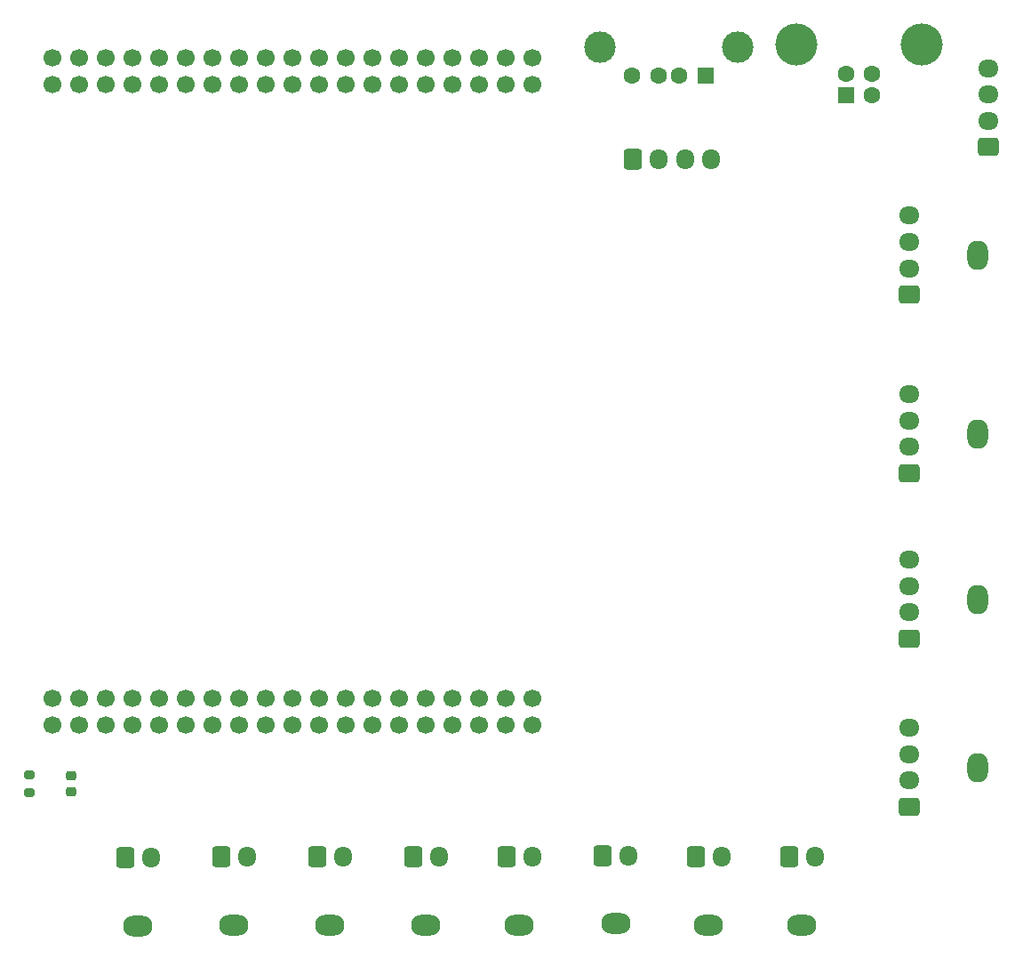
<source format=gts>
%TF.GenerationSoftware,KiCad,Pcbnew,7.0.2*%
%TF.CreationDate,2024-08-11T10:44:14+09:00*%
%TF.ProjectId,sensor_v3,73656e73-6f72-45f7-9633-2e6b69636164,rev?*%
%TF.SameCoordinates,Original*%
%TF.FileFunction,Soldermask,Top*%
%TF.FilePolarity,Negative*%
%FSLAX46Y46*%
G04 Gerber Fmt 4.6, Leading zero omitted, Abs format (unit mm)*
G04 Created by KiCad (PCBNEW 7.0.2) date 2024-08-11 10:44:14*
%MOMM*%
%LPD*%
G01*
G04 APERTURE LIST*
G04 Aperture macros list*
%AMRoundRect*
0 Rectangle with rounded corners*
0 $1 Rounding radius*
0 $2 $3 $4 $5 $6 $7 $8 $9 X,Y pos of 4 corners*
0 Add a 4 corners polygon primitive as box body*
4,1,4,$2,$3,$4,$5,$6,$7,$8,$9,$2,$3,0*
0 Add four circle primitives for the rounded corners*
1,1,$1+$1,$2,$3*
1,1,$1+$1,$4,$5*
1,1,$1+$1,$6,$7*
1,1,$1+$1,$8,$9*
0 Add four rect primitives between the rounded corners*
20,1,$1+$1,$2,$3,$4,$5,0*
20,1,$1+$1,$4,$5,$6,$7,0*
20,1,$1+$1,$6,$7,$8,$9,0*
20,1,$1+$1,$8,$9,$2,$3,0*%
G04 Aperture macros list end*
%ADD10O,2.000000X2.800000*%
%ADD11RoundRect,0.250000X0.725000X-0.600000X0.725000X0.600000X-0.725000X0.600000X-0.725000X-0.600000X0*%
%ADD12O,1.950000X1.700000*%
%ADD13O,2.800000X2.000000*%
%ADD14RoundRect,0.250000X-0.600000X-0.725000X0.600000X-0.725000X0.600000X0.725000X-0.600000X0.725000X0*%
%ADD15O,1.700000X1.950000*%
%ADD16RoundRect,0.200000X0.275000X-0.200000X0.275000X0.200000X-0.275000X0.200000X-0.275000X-0.200000X0*%
%ADD17RoundRect,0.218750X0.256250X-0.218750X0.256250X0.218750X-0.256250X0.218750X-0.256250X-0.218750X0*%
%ADD18R,1.600000X1.500000*%
%ADD19C,1.600000*%
%ADD20C,3.000000*%
%ADD21R,1.600000X1.600000*%
%ADD22C,4.000000*%
%ADD23C,1.700000*%
G04 APERTURE END LIST*
D10*
%TO.C,J5*%
X212852000Y-111760000D03*
D11*
X206352000Y-115510000D03*
D12*
X206352000Y-113010000D03*
X206352000Y-110510000D03*
X206352000Y-108010000D03*
%TD*%
D13*
%TO.C,J9*%
X132842000Y-126827330D03*
D14*
X131592000Y-120327330D03*
D15*
X134092000Y-120327330D03*
%TD*%
D13*
%TO.C,J3*%
X178328000Y-126642000D03*
D14*
X177078000Y-120142000D03*
D15*
X179578000Y-120142000D03*
%TD*%
D16*
%TO.C,R1*%
X122492000Y-114134500D03*
X122492000Y-112484500D03*
%TD*%
D17*
%TO.C,LED1*%
X126492000Y-114097000D03*
X126492000Y-112522000D03*
%TD*%
D18*
%TO.C,J11*%
X186922000Y-45890000D03*
D19*
X184422000Y-45890000D03*
X182422000Y-45890000D03*
X179922000Y-45890000D03*
D20*
X189992000Y-43180000D03*
X176852000Y-43180000D03*
%TD*%
D11*
%TO.C,J14*%
X213868000Y-52712000D03*
D12*
X213868000Y-50212000D03*
X213868000Y-47712000D03*
X213868000Y-45212000D03*
%TD*%
D13*
%TO.C,J2*%
X160274000Y-126790000D03*
D14*
X159024000Y-120290000D03*
D15*
X161524000Y-120290000D03*
%TD*%
D10*
%TO.C,J8*%
X212832000Y-63010000D03*
D11*
X206332000Y-66760000D03*
D12*
X206332000Y-64260000D03*
X206332000Y-61760000D03*
X206332000Y-59260000D03*
%TD*%
D13*
%TO.C,J4*%
X196088000Y-126790000D03*
D14*
X194838000Y-120290000D03*
D15*
X197338000Y-120290000D03*
%TD*%
D21*
%TO.C,J12*%
X200268000Y-47786000D03*
D19*
X202768000Y-47786000D03*
X202768000Y-45786000D03*
X200268000Y-45786000D03*
D22*
X195518000Y-42926000D03*
X207518000Y-42926000D03*
%TD*%
D14*
%TO.C,J13*%
X179952000Y-53848000D03*
D15*
X182452000Y-53848000D03*
X184952000Y-53848000D03*
X187452000Y-53848000D03*
%TD*%
D13*
%TO.C,J15*%
X151130000Y-126790000D03*
D14*
X149880000Y-120290000D03*
D15*
X152380000Y-120290000D03*
%TD*%
D13*
%TO.C,J1*%
X141986000Y-126790000D03*
D14*
X140736000Y-120290000D03*
D15*
X143236000Y-120290000D03*
%TD*%
D13*
%TO.C,J16*%
X169164000Y-126790000D03*
D14*
X167914000Y-120290000D03*
D15*
X170414000Y-120290000D03*
%TD*%
D10*
%TO.C,J6*%
X212852000Y-95760000D03*
D11*
X206352000Y-99510000D03*
D12*
X206352000Y-97010000D03*
X206352000Y-94510000D03*
X206352000Y-92010000D03*
%TD*%
D13*
%TO.C,J17*%
X187198000Y-126790000D03*
D14*
X185948000Y-120290000D03*
D15*
X188448000Y-120290000D03*
%TD*%
D10*
%TO.C,J7*%
X212852000Y-80010000D03*
D11*
X206352000Y-83760000D03*
D12*
X206352000Y-81260000D03*
X206352000Y-78760000D03*
X206352000Y-76260000D03*
%TD*%
D23*
%TO.C,U1*%
X139954000Y-105156000D03*
X132334000Y-107696000D03*
X137414000Y-105156000D03*
X132334000Y-46736000D03*
X129794000Y-107696000D03*
X165354000Y-107696000D03*
X152654000Y-105156000D03*
X132334000Y-44196000D03*
X129794000Y-105156000D03*
X145034000Y-105156000D03*
X142494000Y-105156000D03*
X157734000Y-105156000D03*
X160274000Y-105156000D03*
X167894000Y-46736000D03*
X170434000Y-46736000D03*
X162814000Y-105156000D03*
X137414000Y-46736000D03*
X139954000Y-46736000D03*
X142494000Y-46736000D03*
X152654000Y-46736000D03*
X150114000Y-46736000D03*
X165354000Y-46736000D03*
X139954000Y-44196000D03*
X137414000Y-44196000D03*
X139954000Y-107696000D03*
X142494000Y-107696000D03*
X145034000Y-107696000D03*
X127254000Y-105156000D03*
X160274000Y-107696000D03*
X162814000Y-107696000D03*
X165354000Y-105156000D03*
X152654000Y-44196000D03*
X150114000Y-44196000D03*
X162814000Y-46736000D03*
X157734000Y-46736000D03*
X160274000Y-46736000D03*
X145034000Y-46736000D03*
X150114000Y-107696000D03*
X127254000Y-46736000D03*
X129794000Y-46736000D03*
X155194000Y-46736000D03*
X142494000Y-44196000D03*
X160274000Y-44196000D03*
X157734000Y-44196000D03*
X155194000Y-44196000D03*
X170434000Y-105156000D03*
X167894000Y-105156000D03*
X167894000Y-107696000D03*
X170434000Y-107696000D03*
X165354000Y-44196000D03*
X129794000Y-44196000D03*
X127254000Y-44196000D03*
X147574000Y-46736000D03*
X124714000Y-44196000D03*
X124714000Y-46736000D03*
X124714000Y-107696000D03*
X124714000Y-105156000D03*
X127254000Y-107696000D03*
X152654000Y-107696000D03*
X155194000Y-107696000D03*
X157734000Y-107696000D03*
X147574000Y-107696000D03*
X132334000Y-105156000D03*
X147574000Y-105156000D03*
X150114000Y-105156000D03*
X134874000Y-46736000D03*
X147574000Y-44196000D03*
X162814000Y-44196000D03*
X137414000Y-107696000D03*
X134874000Y-105156000D03*
X134874000Y-107696000D03*
X155194000Y-105156000D03*
X134874000Y-44196000D03*
X145034000Y-44196000D03*
X167894000Y-44196000D03*
X170434000Y-44196000D03*
%TD*%
M02*

</source>
